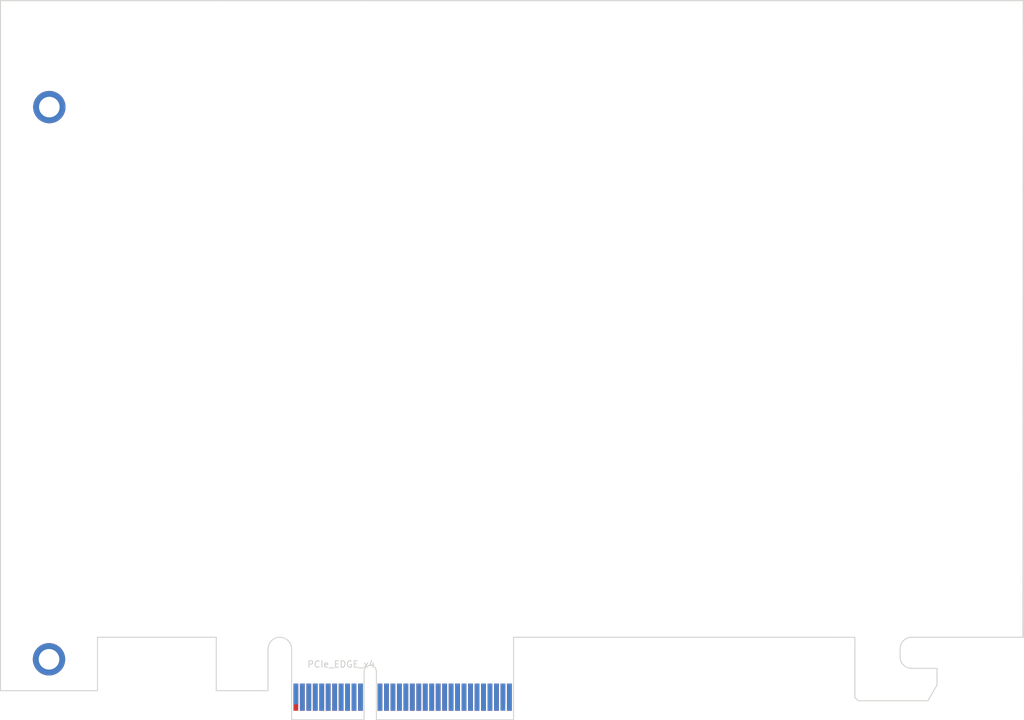
<source format=kicad_pcb>
(kicad_pcb (version 20171130) (host pcbnew 5.0.1)

  (general
    (thickness 1.6)
    (drawings 1)
    (tracks 0)
    (zones 0)
    (modules 1)
    (nets 1)
  )

  (page A4)
  (layers
    (0 F.Cu signal)
    (31 B.Cu signal)
    (32 B.Adhes user)
    (33 F.Adhes user)
    (34 B.Paste user)
    (35 F.Paste user)
    (36 B.SilkS user)
    (37 F.SilkS user)
    (38 B.Mask user)
    (39 F.Mask user)
    (40 Dwgs.User user)
    (41 Cmts.User user)
    (42 Eco1.User user)
    (43 Eco2.User user)
    (44 Edge.Cuts user)
    (45 Margin user)
    (46 B.CrtYd user)
    (47 F.CrtYd user)
    (48 B.Fab user)
    (49 F.Fab user)
  )

  (setup
    (last_trace_width 0.25)
    (trace_clearance 0.2)
    (zone_clearance 0.508)
    (zone_45_only no)
    (trace_min 0.2)
    (segment_width 0.2)
    (edge_width 0.15)
    (via_size 0.8)
    (via_drill 0.4)
    (via_min_size 0.4)
    (via_min_drill 0.3)
    (uvia_size 0.3)
    (uvia_drill 0.1)
    (uvias_allowed no)
    (uvia_min_size 0.2)
    (uvia_min_drill 0.1)
    (pcb_text_width 0.3)
    (pcb_text_size 1.5 1.5)
    (mod_edge_width 0.15)
    (mod_text_size 1 1)
    (mod_text_width 0.15)
    (pad_size 1.524 1.524)
    (pad_drill 0.762)
    (pad_to_mask_clearance 0.051)
    (solder_mask_min_width 0.25)
    (aux_axis_origin 0 0)
    (visible_elements FFFFFF7F)
    (pcbplotparams
      (layerselection 0x010fc_ffffffff)
      (usegerberextensions false)
      (usegerberattributes false)
      (usegerberadvancedattributes false)
      (creategerberjobfile false)
      (excludeedgelayer true)
      (linewidth 0.100000)
      (plotframeref false)
      (viasonmask false)
      (mode 1)
      (useauxorigin false)
      (hpglpennumber 1)
      (hpglpenspeed 20)
      (hpglpendiameter 15.000000)
      (psnegative false)
      (psa4output false)
      (plotreference true)
      (plotvalue true)
      (plotinvisibletext false)
      (padsonsilk false)
      (subtractmaskfromsilk false)
      (outputformat 1)
      (mirror false)
      (drillshape 1)
      (scaleselection 1)
      (outputdirectory ""))
  )

  (net 0 "")

  (net_class Default "This is the default net class."
    (clearance 0.2)
    (trace_width 0.25)
    (via_dia 0.8)
    (via_drill 0.4)
    (uvia_dia 0.3)
    (uvia_drill 0.1)
  )

  (module "Custom Parts:PCIe_EDGE_x4" (layer F.Cu) (tedit 5BF55C2C) (tstamp 5BF562AD)
    (at 94 131)
    (fp_text reference REF** (at 0 -7.35) (layer F.SilkS) hide
      (effects (font (size 1 1) (thickness 0.15)))
    )
    (fp_text value PCIe_EDGE_x4 (at 0 -5.08) (layer Edge.Cuts)
      (effects (font (size 1 1) (thickness 0.15)))
    )
    (fp_arc (start 4.5 -3.95) (end 3.55 -3.95) (angle 180) (layer Edge.Cuts) (width 0.15))
    (fp_line (start 5.45 -3.95) (end 5.45 3.5) (layer Edge.Cuts) (width 0.15))
    (fp_line (start 3.55 3.5) (end -6.9 3.5) (layer Edge.Cuts) (width 0.15))
    (fp_line (start 3.55 -3.95) (end 3.55 3.5) (layer Edge.Cuts) (width 0.15))
    (fp_line (start 5.45 3.5) (end 26.65 3.5) (layer Edge.Cuts) (width 0.15))
    (fp_line (start 26.65 3.5) (end 26.65 -3.2) (layer Edge.Cuts) (width 0.15))
    (fp_line (start -7.65 3.5) (end -7.65 -2.5) (layer Edge.Cuts) (width 0.15))
    (fp_line (start -7.65 3.5) (end -6.9 3.5) (layer Edge.Cuts) (width 0.15))
    (fp_line (start 3.7 -107.65) (end 105.4 -107.65) (layer Edge.Cuts) (width 0.15))
    (fp_arc (start -9.475 -7.425) (end -11.3 -7.425) (angle 180) (layer Edge.Cuts) (width 0.15))
    (fp_line (start -7.65 -7.425) (end -7.65 -2.47) (layer Edge.Cuts) (width 0.15))
    (fp_line (start -11.3 -1) (end -11.9 -1) (layer Edge.Cuts) (width 0.15))
    (fp_line (start -11.3 -2.8) (end -11.3 -1) (layer Edge.Cuts) (width 0.15))
    (fp_line (start -11.3 -7.2) (end -11.3 -2.8) (layer Edge.Cuts) (width 0.15))
    (fp_line (start -11.3 -7.45) (end -11.3 -7.2) (layer Edge.Cuts) (width 0.15))
    (fp_line (start -11.9 -1) (end -19.3 -1) (layer Edge.Cuts) (width 0.15))
    (fp_line (start -19.3 -107.65) (end 3.7 -107.65) (layer Edge.Cuts) (width 0.15))
    (fp_line (start -52.65 -1) (end -52.65 -106.65) (layer Edge.Cuts) (width 0.15))
    (fp_line (start -37.65 -1) (end -52.65 -1) (layer Edge.Cuts) (width 0.15))
    (fp_line (start -37.65 -9.25) (end -37.65 -1) (layer Edge.Cuts) (width 0.15))
    (fp_line (start -19.3 -9.25) (end -37.65 -9.25) (layer Edge.Cuts) (width 0.15))
    (fp_line (start -19.3 -1) (end -19.3 -9.25) (layer Edge.Cuts) (width 0.15))
    (fp_line (start -52.65 -107.65) (end -19.3 -107.65) (layer Edge.Cuts) (width 0.15))
    (fp_line (start -52.65 -106.65) (end -52.65 -107.65) (layer Edge.Cuts) (width 0.15))
    (fp_line (start 26.65 -9.25) (end 76.65 -9.25) (layer Edge.Cuts) (width 0.15))
    (fp_line (start 26.65 -3.2) (end 26.65 -9.25) (layer Edge.Cuts) (width 0.15))
    (fp_line (start 76.6 -9.25) (end 79.4 -9.25) (layer Edge.Cuts) (width 0.15))
    (fp_line (start 79.4 -9.25) (end 79.4 -4.45) (layer Edge.Cuts) (width 0.15))
    (fp_line (start 92.1 -1.88) (end 92.1 -4.45) (layer Edge.Cuts) (width 0.15))
    (fp_line (start 79.9 0.55) (end 90.71 0.55) (layer Edge.Cuts) (width 0.15))
    (fp_line (start 79.4 -4.45) (end 79.4 0.05) (layer Edge.Cuts) (width 0.15))
    (fp_line (start 88.15 -9.25) (end 105.4 -9.25) (layer Edge.Cuts) (width 0.15))
    (fp_line (start 86.4 -6.2) (end 86.4 -7.5) (layer Edge.Cuts) (width 0.15))
    (fp_line (start 92.1 -4.45) (end 88.15 -4.45) (layer Edge.Cuts) (width 0.15))
    (fp_line (start 79.9 0.55) (end 79.4 0.05) (layer Edge.Cuts) (width 0.15))
    (fp_line (start 90.7 0.55) (end 92.1 -1.88) (layer Edge.Cuts) (width 0.15))
    (fp_arc (start 88.15 -7.5) (end 88.15 -9.25) (angle -90) (layer Edge.Cuts) (width 0.15))
    (fp_arc (start 88.15 -6.2) (end 86.4 -6.2) (angle -90) (layer Edge.Cuts) (width 0.15))
    (pad M thru_hole circle (at -45.1 -91.2) (size 5 5) (drill 3.18) (layers *.Cu *.Mask))
    (pad M thru_hole circle (at -45.15 -5.85) (size 5 5) (drill 3.18) (layers *.Cu *.Mask))
    (pad A32 smd rect (at 26 0) (size 0.75 4.2) (layers B.Cu B.Paste B.Mask))
    (pad A31 smd rect (at 25 0) (size 0.75 4.2) (layers B.Cu B.Paste B.Mask))
    (pad A30 smd rect (at 24 0) (size 0.75 4.2) (layers B.Cu B.Paste B.Mask))
    (pad A29 smd rect (at 23 0) (size 0.75 4.2) (layers B.Cu B.Paste B.Mask))
    (pad A28 smd rect (at 22 0) (size 0.75 4.2) (layers B.Cu B.Paste B.Mask))
    (pad A27 smd rect (at 21 0) (size 0.75 4.2) (layers B.Cu B.Paste B.Mask))
    (pad A26 smd rect (at 20 0) (size 0.75 4.2) (layers B.Cu B.Paste B.Mask))
    (pad A25 smd rect (at 19 0) (size 0.75 4.2) (layers B.Cu B.Paste B.Mask))
    (pad A24 smd rect (at 18 0) (size 0.75 4.2) (layers B.Cu B.Paste B.Mask))
    (pad A23 smd rect (at 17 0) (size 0.75 4.2) (layers B.Cu B.Paste B.Mask))
    (pad A22 smd rect (at 16 0) (size 0.75 4.2) (layers B.Cu B.Paste B.Mask))
    (pad A21 smd rect (at 15 0) (size 0.75 4.2) (layers B.Cu B.Paste B.Mask))
    (pad A20 smd rect (at 14 0) (size 0.75 4.2) (layers B.Cu B.Paste B.Mask))
    (pad A19 smd rect (at 13 0) (size 0.75 4.2) (layers B.Cu B.Paste B.Mask))
    (pad A18 smd rect (at 12 0) (size 0.75 4.2) (layers B.Cu B.Paste B.Mask))
    (pad A17 smd rect (at 11 0) (size 0.75 4.2) (layers B.Cu B.Paste B.Mask))
    (pad A16 smd rect (at 10 0) (size 0.75 4.2) (layers B.Cu B.Paste B.Mask))
    (pad A15 smd rect (at 9 0) (size 0.75 4.2) (layers B.Cu B.Paste B.Mask))
    (pad A14 smd rect (at 8 0) (size 0.75 4.2) (layers B.Cu B.Paste B.Mask))
    (pad A13 smd rect (at 7 0) (size 0.75 4.2) (layers B.Cu B.Paste B.Mask))
    (pad A12 smd rect (at 6 0) (size 0.75 4.2) (layers B.Cu B.Paste B.Mask))
    (pad A11 smd rect (at 3 0) (size 0.75 4.2) (layers B.Cu B.Paste B.Mask))
    (pad A10 smd rect (at 2 0) (size 0.75 4.2) (layers B.Cu B.Paste B.Mask))
    (pad A9 smd rect (at 1 0) (size 0.75 4.2) (layers B.Cu B.Paste B.Mask))
    (pad A8 smd rect (at 0 0) (size 0.75 4.2) (layers B.Cu B.Paste B.Mask))
    (pad A7 smd rect (at -1 0) (size 0.75 4.2) (layers B.Cu B.Paste B.Mask))
    (pad A6 smd rect (at -2 0) (size 0.75 4.2) (layers B.Cu B.Paste B.Mask))
    (pad A5 smd rect (at -3 0) (size 0.75 4.2) (layers B.Cu B.Paste B.Mask))
    (pad A4 smd rect (at -4 0) (size 0.75 4.2) (layers B.Cu B.Paste B.Mask))
    (pad A3 smd rect (at -5 0) (size 0.75 4.2) (layers B.Cu B.Paste B.Mask))
    (pad A2 smd rect (at -6 0) (size 0.75 4.2) (layers B.Cu B.Paste B.Mask))
    (pad A1 smd rect (at -7 -0.5) (size 0.75 3.2) (layers B.Cu B.Paste B.Mask))
    (pad B32 smd rect (at 26 0) (size 0.75 4.2) (layers F.Cu F.Paste F.Mask))
    (pad B31 smd rect (at 25 -0.5) (size 0.75 3.2) (layers F.Cu F.Paste F.Mask))
    (pad B30 smd rect (at 24 0) (size 0.75 4.2) (layers F.Cu F.Paste F.Mask))
    (pad B29 smd rect (at 23 0) (size 0.75 4.2) (layers F.Cu F.Paste F.Mask))
    (pad B28 smd rect (at 22 0) (size 0.75 4.2) (layers F.Cu F.Paste F.Mask))
    (pad B27 smd rect (at 21 0) (size 0.75 4.2) (layers F.Cu F.Paste F.Mask))
    (pad B26 smd rect (at 20 0) (size 0.75 4.2) (layers F.Cu F.Paste F.Mask))
    (pad B25 smd rect (at 19 0) (size 0.75 4.2) (layers F.Cu F.Paste F.Mask))
    (pad B24 smd rect (at 18 0) (size 0.75 4.2) (layers F.Cu F.Paste F.Mask))
    (pad B23 smd rect (at 17 0) (size 0.75 4.2) (layers F.Cu F.Paste F.Mask))
    (pad B22 smd rect (at 16 0) (size 0.75 4.2) (layers F.Cu F.Paste F.Mask))
    (pad B21 smd rect (at 15 0) (size 0.75 4.2) (layers F.Cu F.Paste F.Mask))
    (pad B20 smd rect (at 14 0) (size 0.75 4.2) (layers F.Cu F.Paste F.Mask))
    (pad B19 smd rect (at 13 0) (size 0.75 4.2) (layers F.Cu F.Paste F.Mask))
    (pad B18 smd rect (at 12 0) (size 0.75 4.2) (layers F.Cu F.Paste F.Mask))
    (pad B17 smd rect (at 11 0) (size 0.75 4.2) (layers F.Cu F.Paste F.Mask))
    (pad B16 smd rect (at 10 0) (size 0.75 4.2) (layers F.Cu F.Paste F.Mask))
    (pad B15 smd rect (at 9 0) (size 0.75 4.2) (layers F.Cu F.Paste F.Mask))
    (pad B14 smd rect (at 8 0) (size 0.75 4.2) (layers F.Cu F.Paste F.Mask))
    (pad B13 smd rect (at 7 0) (size 0.75 4.2) (layers F.Cu F.Paste F.Mask))
    (pad B12 smd rect (at 6 0) (size 0.75 4.2) (layers F.Cu F.Paste F.Mask))
    (pad B11 smd rect (at 3 0) (size 0.75 4.2) (layers F.Cu F.Paste F.Mask))
    (pad B10 smd rect (at 2 0) (size 0.75 4.2) (layers F.Cu F.Paste F.Mask))
    (pad B9 smd rect (at 1 0) (size 0.75 4.2) (layers F.Cu F.Paste F.Mask))
    (pad B8 smd rect (at 0 0) (size 0.75 4.2) (layers F.Cu F.Paste F.Mask))
    (pad B7 smd rect (at -1 0) (size 0.75 4.2) (layers F.Cu F.Paste F.Mask))
    (pad B6 smd rect (at -2 0) (size 0.75 4.2) (layers F.Cu F.Paste F.Mask))
    (pad B5 smd rect (at -3 0) (size 0.75 4.2) (layers F.Cu F.Paste F.Mask))
    (pad B4 smd rect (at -4 0) (size 0.75 4.2) (layers F.Cu F.Paste F.Mask))
    (pad B3 smd rect (at -5 0) (size 0.75 4.2) (layers F.Cu F.Paste F.Mask))
    (pad B2 smd rect (at -6 0) (size 0.75 4.2) (layers F.Cu F.Paste F.Mask))
    (pad B1 smd rect (at -7 0) (size 0.75 4.2) (layers F.Cu F.Paste F.Mask))
  )

  (gr_line (start 199.4 121.75) (end 199.45 23.35) (layer Edge.Cuts) (width 0.2))

)

</source>
